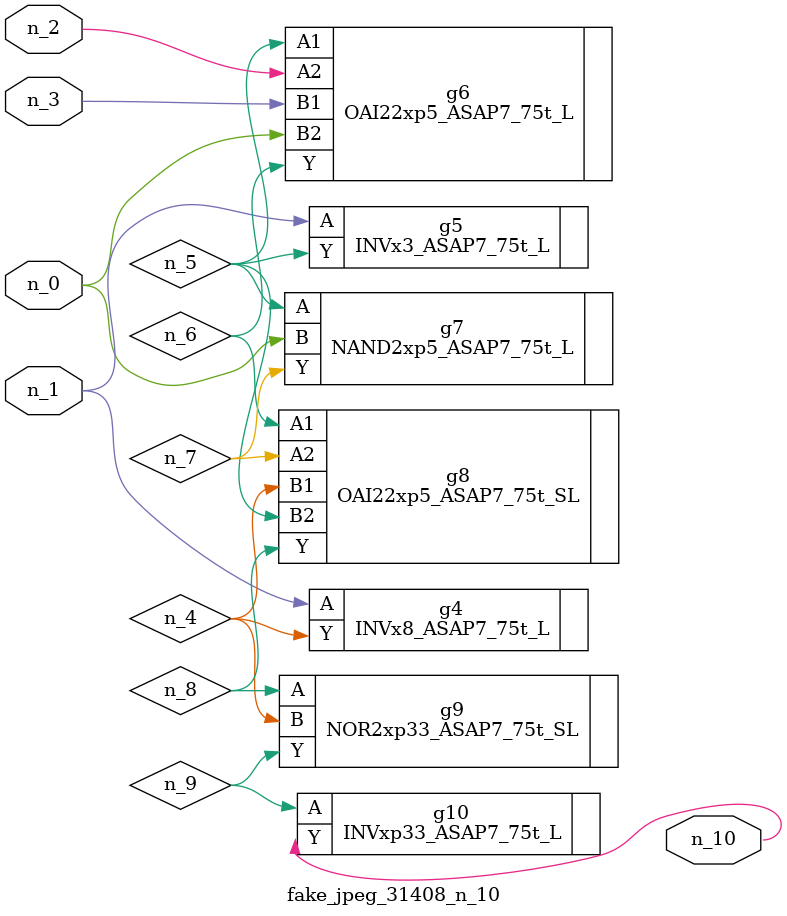
<source format=v>
module fake_jpeg_31408_n_10 (n_0, n_3, n_2, n_1, n_10);

input n_0;
input n_3;
input n_2;
input n_1;

output n_10;

wire n_4;
wire n_8;
wire n_9;
wire n_6;
wire n_5;
wire n_7;

INVx8_ASAP7_75t_L g4 ( 
.A(n_1),
.Y(n_4)
);

INVx3_ASAP7_75t_L g5 ( 
.A(n_1),
.Y(n_5)
);

OAI22xp5_ASAP7_75t_L g6 ( 
.A1(n_5),
.A2(n_2),
.B1(n_3),
.B2(n_0),
.Y(n_6)
);

OAI22xp5_ASAP7_75t_SL g8 ( 
.A1(n_6),
.A2(n_7),
.B1(n_4),
.B2(n_5),
.Y(n_8)
);

NAND2xp5_ASAP7_75t_L g7 ( 
.A(n_5),
.B(n_0),
.Y(n_7)
);

NOR2xp33_ASAP7_75t_SL g9 ( 
.A(n_8),
.B(n_4),
.Y(n_9)
);

INVxp33_ASAP7_75t_L g10 ( 
.A(n_9),
.Y(n_10)
);


endmodule
</source>
